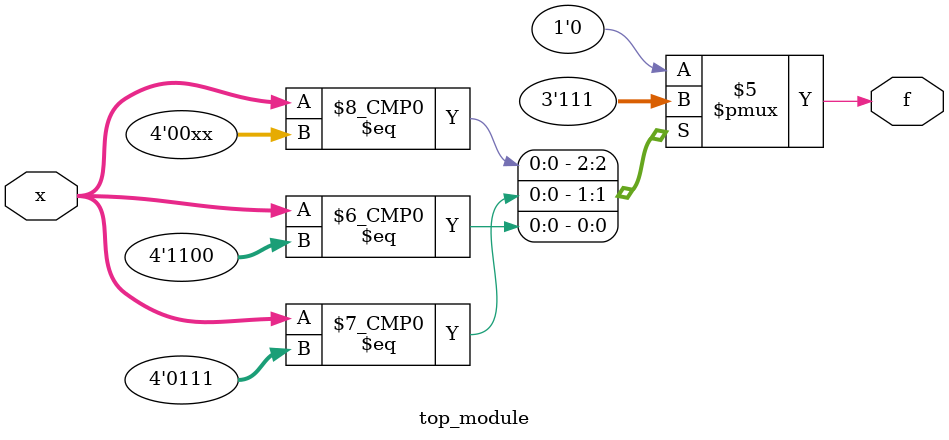
<source format=sv>
module top_module (
    input [4:1] x,
    output logic f
);

    always_comb begin
        case (x)
            4'b00xx: f = 1'b1;
            4'b0010: f = 1'b0;
            4'b0101: f = 1'b0;
            4'b0111: f = 1'b1;
            4'b1100: f = 1'b1;
            4'b11xx: f = 1'b0;
            4'b1010: f = 1'b0;
            default: f = 1'b0;
        endcase
    end
endmodule

</source>
